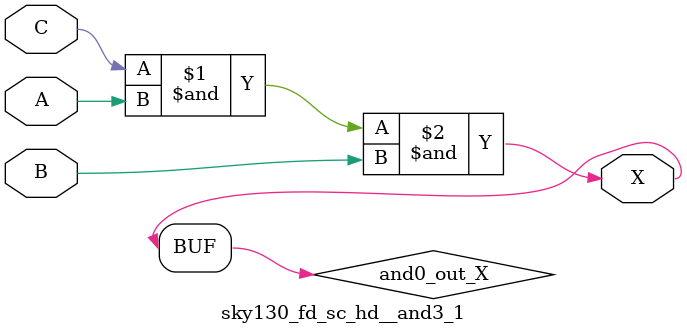
<source format=v>
/*
 * Copyright 2020 The SkyWater PDK Authors
 *
 * Licensed under the Apache License, Version 2.0 (the "License");
 * you may not use this file except in compliance with the License.
 * You may obtain a copy of the License at
 *
 *     https://www.apache.org/licenses/LICENSE-2.0
 *
 * Unless required by applicable law or agreed to in writing, software
 * distributed under the License is distributed on an "AS IS" BASIS,
 * WITHOUT WARRANTIES OR CONDITIONS OF ANY KIND, either express or implied.
 * See the License for the specific language governing permissions and
 * limitations under the License.
 *
 * SPDX-License-Identifier: Apache-2.0
*/


`ifndef SKY130_FD_SC_HD__AND3_1_FUNCTIONAL_V
`define SKY130_FD_SC_HD__AND3_1_FUNCTIONAL_V

/**
 * and3: 3-input AND.
 *
 * Verilog simulation functional model.
 */

`timescale 1ns / 1ps
`default_nettype none

`celldefine
module sky130_fd_sc_hd__and3_1 (
    X,
    A,
    B,
    C
);

    // Module ports
    output X;
    input  A;
    input  B;
    input  C;

    // Local signals
    wire and0_out_X;

    //  Name  Output      Other arguments
    and and0 (and0_out_X, C, A, B        );
    buf buf0 (X         , and0_out_X     );

endmodule
`endcelldefine

`default_nettype wire
`endif  // SKY130_FD_SC_HD__AND3_1_FUNCTIONAL_V

</source>
